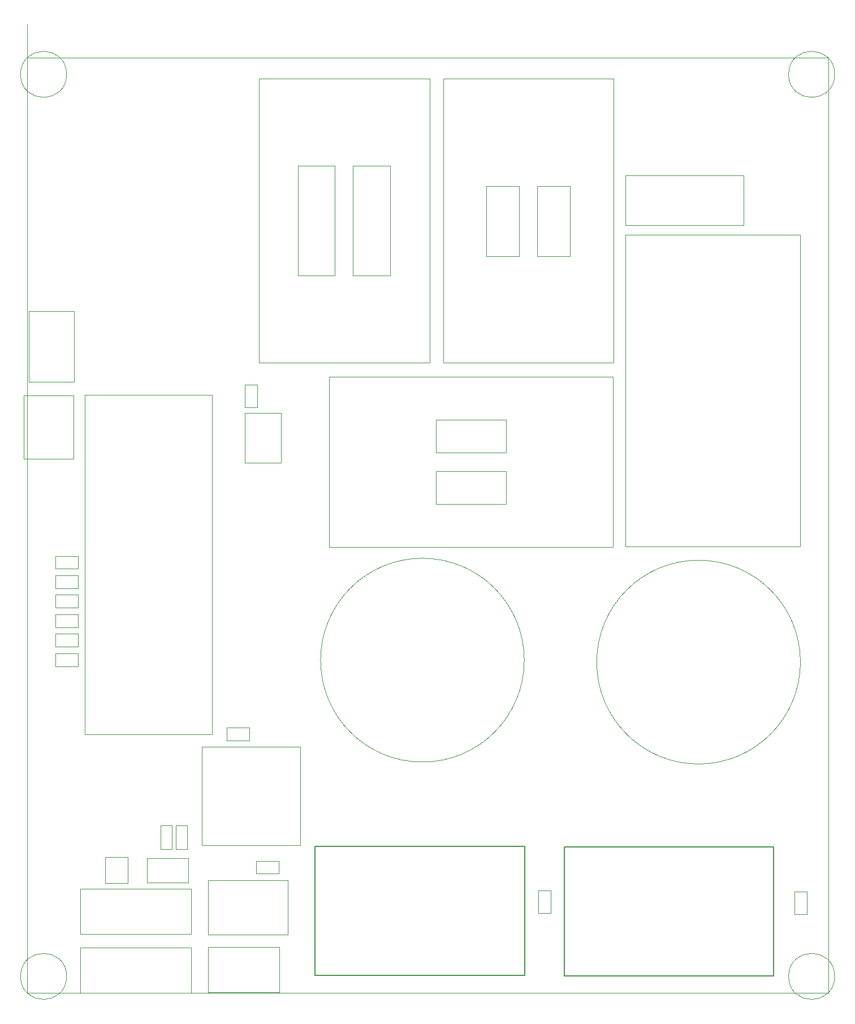
<source format=gbr>
%TF.GenerationSoftware,KiCad,Pcbnew,(6.0.1)*%
%TF.CreationDate,2022-02-04T16:06:47-06:00*%
%TF.ProjectId,MPPT,4d505054-2e6b-4696-9361-645f70636258,1.3.0*%
%TF.SameCoordinates,Original*%
%TF.FileFunction,Other,User*%
%FSLAX46Y46*%
G04 Gerber Fmt 4.6, Leading zero omitted, Abs format (unit mm)*
G04 Created by KiCad (PCBNEW (6.0.1)) date 2022-02-04 16:06:47*
%MOMM*%
%LPD*%
G01*
G04 APERTURE LIST*
%ADD10C,0.050000*%
%ADD11C,0.150000*%
%ADD12C,0.120000*%
G04 APERTURE END LIST*
D10*
X140000000Y-19970000D02*
X20000000Y-19970000D01*
X20000000Y-159970000D02*
X20000000Y-14970000D01*
X140000000Y-159970000D02*
X140000000Y-19970000D01*
X140000000Y-159970000D02*
X20000000Y-159970000D01*
%TO.C,J2*%
X27045000Y-57890000D02*
X27045000Y-68530000D01*
X20275000Y-68530000D02*
X20275000Y-57890000D01*
X27045000Y-68530000D02*
X20275000Y-68530000D01*
X20275000Y-57890000D02*
X27045000Y-57890000D01*
D11*
%TO.C,J3*%
X131795000Y-157416000D02*
X100455000Y-157416000D01*
X100455000Y-157416000D02*
X100455000Y-138112000D01*
X131795000Y-138112000D02*
X131795000Y-157416000D01*
X100455000Y-138112000D02*
X131795000Y-138112000D01*
D10*
%TO.C,H1*%
X140950000Y-157470000D02*
G75*
G03*
X140950000Y-157470000I-3450000J0D01*
G01*
%TO.C,H2*%
X25950000Y-157470000D02*
G75*
G03*
X25950000Y-157470000I-3450000J0D01*
G01*
%TO.C,H3*%
X140950000Y-22470000D02*
G75*
G03*
X140950000Y-22470000I-3450000J0D01*
G01*
%TO.C,H4*%
X25950000Y-22470000D02*
G75*
G03*
X25950000Y-22470000I-3450000J0D01*
G01*
%TO.C,J6*%
X44615000Y-144367500D02*
X44615000Y-151137500D01*
X44615000Y-151137500D02*
X27975000Y-151137500D01*
X27975000Y-151137500D02*
X27975000Y-144367500D01*
X27975000Y-144367500D02*
X44615000Y-144367500D01*
%TO.C,SW1*%
X27010000Y-70490000D02*
X26760000Y-70490000D01*
X19510000Y-70490000D02*
X19760000Y-70490000D01*
X19760000Y-70490000D02*
X26760000Y-70490000D01*
X19510000Y-70740000D02*
X19510000Y-70490000D01*
X26760000Y-79990000D02*
X19760000Y-79990000D01*
X19760000Y-79990000D02*
X19510000Y-79990000D01*
X27010000Y-70740000D02*
X27010000Y-70490000D01*
X27010000Y-70740000D02*
X27010000Y-79740000D01*
X19510000Y-79990000D02*
X19510000Y-79740000D01*
X26760000Y-79990000D02*
X27010000Y-79990000D01*
X27010000Y-79990000D02*
X27010000Y-79740000D01*
X19510000Y-79740000D02*
X19510000Y-70740000D01*
%TO.C,HS3*%
X107735000Y-93225000D02*
X107735000Y-67725000D01*
X65235000Y-67725000D02*
X65235000Y-93225000D01*
X65235000Y-67725000D02*
X107735000Y-67725000D01*
X107735000Y-93225000D02*
X65235000Y-93225000D01*
%TO.C,U10*%
X35100000Y-143472500D02*
X35100000Y-139632500D01*
X31700000Y-143472500D02*
X35100000Y-143472500D01*
X35100000Y-139632500D02*
X31700000Y-139632500D01*
X31700000Y-139632500D02*
X31700000Y-143472500D01*
%TO.C,D6*%
X81240000Y-74200000D02*
X81240000Y-79110000D01*
X91740000Y-79110000D02*
X91740000Y-74200000D01*
X91740000Y-74200000D02*
X81240000Y-74200000D01*
X81240000Y-79110000D02*
X91740000Y-79110000D01*
%TO.C,J5*%
X27970000Y-153167500D02*
X44610000Y-153167500D01*
X44610000Y-159937500D02*
X27970000Y-159937500D01*
X44610000Y-153167500D02*
X44610000Y-159937500D01*
X27970000Y-159937500D02*
X27970000Y-153167500D01*
%TO.C,R2*%
X52630000Y-72267500D02*
X52630000Y-68907500D01*
X54530000Y-72267500D02*
X52630000Y-72267500D01*
X54530000Y-68907500D02*
X54530000Y-72267500D01*
X52630000Y-68907500D02*
X54530000Y-68907500D01*
%TO.C,D5*%
X91740000Y-86765000D02*
X91740000Y-81855000D01*
X81240000Y-86765000D02*
X91740000Y-86765000D01*
X91740000Y-81855000D02*
X81240000Y-81855000D01*
X81240000Y-81855000D02*
X81240000Y-86765000D01*
%TO.C,HS2*%
X107815000Y-23140000D02*
X82315000Y-23140000D01*
X107815000Y-23140000D02*
X107815000Y-65640000D01*
X82315000Y-65640000D02*
X82315000Y-23140000D01*
X82315000Y-65640000D02*
X107815000Y-65640000D01*
%TO.C,J1*%
X57762500Y-159855000D02*
X47122500Y-159855000D01*
X47122500Y-153085000D02*
X57762500Y-153085000D01*
X57762500Y-153085000D02*
X57762500Y-159855000D01*
X47122500Y-159855000D02*
X47122500Y-153085000D01*
%TO.C,U2*%
X47705000Y-70475000D02*
X47705000Y-121265000D01*
X47705000Y-121265000D02*
X28665000Y-121265000D01*
X28665000Y-121265000D02*
X28665000Y-70475000D01*
X28665000Y-70475000D02*
X47705000Y-70475000D01*
%TO.C,R5*%
X101310000Y-49695000D02*
X101310000Y-39195000D01*
X96400000Y-49695000D02*
X101310000Y-49695000D01*
X96400000Y-39195000D02*
X96400000Y-49695000D01*
X101310000Y-39195000D02*
X96400000Y-39195000D01*
%TO.C,LED5*%
X27660000Y-94575000D02*
X27660000Y-96475000D01*
X24300000Y-96475000D02*
X24300000Y-94575000D01*
X27660000Y-96475000D02*
X24300000Y-96475000D01*
X24300000Y-94575000D02*
X27660000Y-94575000D01*
%TO.C,LED10*%
X27632500Y-100350000D02*
X27632500Y-102250000D01*
X24272500Y-100350000D02*
X27632500Y-100350000D01*
X24272500Y-102250000D02*
X24272500Y-100350000D01*
X27632500Y-102250000D02*
X24272500Y-102250000D01*
%TO.C,L4*%
X42265000Y-134897500D02*
X43965000Y-134897500D01*
X42265000Y-138397500D02*
X42265000Y-134897500D01*
X43965000Y-134897500D02*
X43965000Y-138397500D01*
X43965000Y-138397500D02*
X42265000Y-138397500D01*
%TO.C,LED8*%
X27645000Y-109180000D02*
X27645000Y-111080000D01*
X24285000Y-111080000D02*
X24285000Y-109180000D01*
X27645000Y-111080000D02*
X24285000Y-111080000D01*
X24285000Y-109180000D02*
X27645000Y-109180000D01*
%TO.C,L3*%
X41740000Y-134912500D02*
X41740000Y-138412500D01*
X40040000Y-138412500D02*
X40040000Y-134912500D01*
X41740000Y-138412500D02*
X40040000Y-138412500D01*
X40040000Y-134912500D02*
X41740000Y-134912500D01*
%TO.C,LED7*%
X24285000Y-105205000D02*
X24285000Y-103305000D01*
X27645000Y-105205000D02*
X24285000Y-105205000D01*
X27645000Y-103305000D02*
X27645000Y-105205000D01*
X24285000Y-103305000D02*
X27645000Y-103305000D01*
D12*
%TO.C,U4*%
X60900000Y-137825000D02*
X46200000Y-137825000D01*
X46200000Y-137825000D02*
X46200000Y-123125000D01*
X46200000Y-123125000D02*
X60900000Y-123125000D01*
X60900000Y-123125000D02*
X60900000Y-137825000D01*
D10*
%TO.C,HS1*%
X80280000Y-23135000D02*
X80280000Y-65635000D01*
X80280000Y-23135000D02*
X54780000Y-23135000D01*
X54780000Y-65635000D02*
X54780000Y-23135000D01*
X54780000Y-65635000D02*
X80280000Y-65635000D01*
%TO.C,JP1*%
X44175000Y-143420000D02*
X44175000Y-139820000D01*
X44175000Y-139820000D02*
X38025000Y-139820000D01*
X38025000Y-143420000D02*
X44175000Y-143420000D01*
X38025000Y-139820000D02*
X38025000Y-143420000D01*
%TO.C,LED3*%
X134910000Y-148161500D02*
X134910000Y-144801500D01*
X136810000Y-148161500D02*
X134910000Y-148161500D01*
X134910000Y-144801500D02*
X136810000Y-144801500D01*
X136810000Y-144801500D02*
X136810000Y-148161500D01*
%TO.C,C9*%
X127325000Y-37575000D02*
X109625000Y-37575000D01*
X109625000Y-37575000D02*
X109625000Y-45075000D01*
X127325000Y-45075000D02*
X127325000Y-37575000D01*
X109625000Y-45075000D02*
X127325000Y-45075000D01*
%TO.C,CP1*%
X135820000Y-110435000D02*
G75*
G03*
X135820000Y-110435000I-15250000J0D01*
G01*
%TO.C,LED9*%
X24290000Y-106185000D02*
X27650000Y-106185000D01*
X24290000Y-108085000D02*
X24290000Y-106185000D01*
X27650000Y-108085000D02*
X24290000Y-108085000D01*
X27650000Y-106185000D02*
X27650000Y-108085000D01*
%TO.C,LED1*%
X57695000Y-142095000D02*
X54335000Y-142095000D01*
X57695000Y-140195000D02*
X57695000Y-142095000D01*
X54335000Y-140195000D02*
X57695000Y-140195000D01*
X54335000Y-142095000D02*
X54335000Y-140195000D01*
%TO.C,U1*%
X47097500Y-151215000D02*
X59097500Y-151215000D01*
X59097500Y-151215000D02*
X59097500Y-143115000D01*
X59097500Y-143115000D02*
X47097500Y-143115000D01*
X47097500Y-143115000D02*
X47097500Y-151215000D01*
%TO.C,LED2*%
X49930000Y-120245000D02*
X53290000Y-120245000D01*
X53290000Y-122145000D02*
X49930000Y-122145000D01*
X49930000Y-122145000D02*
X49930000Y-120245000D01*
X53290000Y-120245000D02*
X53290000Y-122145000D01*
%TO.C,Q1*%
X60575000Y-36180000D02*
X60575000Y-52580000D01*
X66115000Y-36180000D02*
X60575000Y-36180000D01*
X60575000Y-52580000D02*
X66115000Y-52580000D01*
X66115000Y-52580000D02*
X66115000Y-36180000D01*
D11*
%TO.C,J4*%
X63175000Y-157351000D02*
X63175000Y-138047000D01*
X63175000Y-138047000D02*
X94515000Y-138047000D01*
X94515000Y-157351000D02*
X63175000Y-157351000D01*
X94515000Y-138047000D02*
X94515000Y-157351000D01*
D10*
%TO.C,D4*%
X88760000Y-49695000D02*
X93670000Y-49695000D01*
X93670000Y-49695000D02*
X93670000Y-39195000D01*
X93670000Y-39195000D02*
X88760000Y-39195000D01*
X88760000Y-39195000D02*
X88760000Y-49695000D01*
%TO.C,Q2*%
X74385000Y-52550000D02*
X74385000Y-36150000D01*
X68845000Y-52550000D02*
X74385000Y-52550000D01*
X68845000Y-36150000D02*
X68845000Y-52550000D01*
X74385000Y-36150000D02*
X68845000Y-36150000D01*
%TO.C,L2*%
X135790000Y-93145000D02*
X135790000Y-46445000D01*
X135790000Y-46445000D02*
X109590000Y-46445000D01*
X109590000Y-46445000D02*
X109590000Y-93145000D01*
X109590000Y-93145000D02*
X135790000Y-93145000D01*
%TO.C,LED4*%
X96575000Y-147965000D02*
X96575000Y-144605000D01*
X98475000Y-147965000D02*
X96575000Y-147965000D01*
X98475000Y-144605000D02*
X98475000Y-147965000D01*
X96575000Y-144605000D02*
X98475000Y-144605000D01*
%TO.C,U3*%
X52630000Y-73170000D02*
X52630000Y-80570000D01*
X58030000Y-80570000D02*
X58030000Y-73170000D01*
X58030000Y-73170000D02*
X52630000Y-73170000D01*
X52630000Y-80570000D02*
X58030000Y-80570000D01*
%TO.C,LED6*%
X24290000Y-99370000D02*
X24290000Y-97470000D01*
X24290000Y-97470000D02*
X27650000Y-97470000D01*
X27650000Y-97470000D02*
X27650000Y-99370000D01*
X27650000Y-99370000D02*
X24290000Y-99370000D01*
%TO.C,CP2*%
X94475000Y-110145000D02*
G75*
G03*
X94475000Y-110145000I-15250000J0D01*
G01*
%TD*%
M02*

</source>
